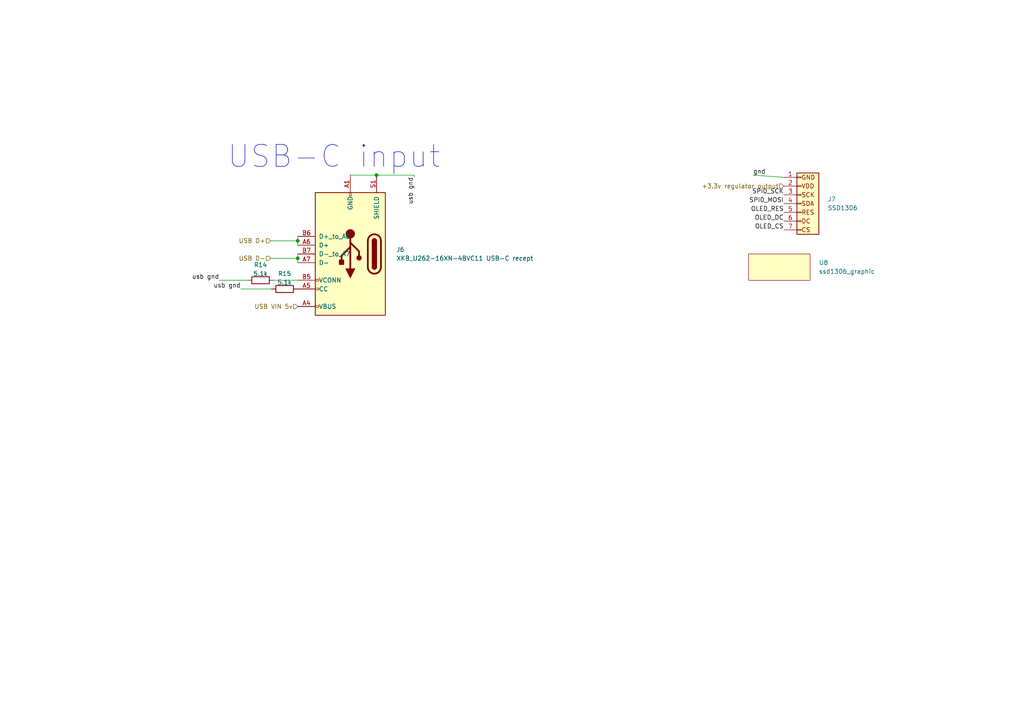
<source format=kicad_sch>
(kicad_sch (version 20211123) (generator eeschema)
  (paper "A4")
  (lib_symbols
    (symbol "Device:R" (pin_numbers hide) (pin_names (offset 0))
      (property "Reference" "R" (at 2.032 0 90))
      (property "Value" "R" (at 0 0 90))
      (symbol "R_0_1"
        (rectangle (start -1.016 -2.54) (end 1.016 2.54) (stroke (width 0.254)))
      )
      (symbol "R_1_1"
        (pin passive line (at 0 3.81 270) (length 1.27) (name "~") (number "1"))
        (pin passive line (at 0 -3.81 90) (length 1.27) (name "~") (number "2"))
      )
    )
    (symbol "clarinoid2:Placeholder" (in_bom no)
      (property "Reference" "U" (at 0 0 0))
      (property "Value" "Placeholder" (at 0 -1.27 0))
      (symbol "Placeholder_0_1"
        (rectangle (start -8.89 2.54) (end 8.89 -5.08) (fill (type background)))
      )
    )
    (symbol "clarinoid2:SSD1306" (pin_names (offset 1.016) hide)
      (property "Reference" "J" (at 0 10.16 0))
      (property "Value" "SSD1306" (at 0 -10.16 0))
      (symbol "SSD1306_0_0"
        (text "CS" (at 0 -7.62 0) (effects (font (size 1.27 1.27)) (justify left)))
        (text "DC" (at 0 -5.08 0) (effects (font (size 1.27 1.27)) (justify left)))
        (text "GND" (at 0 7.62 0) (effects (font (size 1.27 1.27)) (justify left)))
        (text "RES" (at 0 -2.54 0) (effects (font (size 1.27 1.27)) (justify left)))
        (text "SCK" (at 0 2.54 0) (effects (font (size 1.27 1.27)) (justify left)))
        (text "SDA" (at 0 0 0) (effects (font (size 1.27 1.27)) (justify left)))
        (text "VDD" (at 0 5.08 0) (effects (font (size 1.27 1.27)) (justify left)))
      )
      (symbol "SSD1306_1_1"
        (rectangle (start -1.27 -7.493) (end 0 -7.747) (stroke (width 0.1524)))
        (rectangle (start -1.27 -4.953) (end 0 -5.207) (stroke (width 0.1524)))
        (rectangle (start -1.27 -2.413) (end 0 -2.667) (stroke (width 0.1524)))
        (rectangle (start -1.27 0.127) (end 0 -0.127) (stroke (width 0.1524)))
        (rectangle (start -1.27 2.667) (end 0 2.413) (stroke (width 0.1524)))
        (rectangle (start -1.27 5.207) (end 0 4.953) (stroke (width 0.1524)))
        (rectangle (start -1.27 7.747) (end 0 7.493) (stroke (width 0.1524)))
        (rectangle (start -1.27 8.89) (end 5.08 -8.89) (stroke (width 0.254)) (fill (type background)))
        (pin passive line (at -5.08 7.62 0) (length 3.81) (name "GND") (number "1"))
        (pin passive line (at -5.08 5.08 0) (length 3.81) (name "VDD") (number "2"))
        (pin passive line (at -5.08 2.54 0) (length 3.81) (name "SCK") (number "3"))
        (pin passive line (at -5.08 0 0) (length 3.81) (name "SDA") (number "4"))
        (pin passive line (at -5.08 -2.54 0) (length 3.81) (name "RES") (number "5"))
        (pin passive line (at -5.08 -5.08 0) (length 3.81) (name "DC") (number "6"))
        (pin passive line (at -5.08 -7.62 0) (length 3.81) (name "CS") (number "7"))
      )
    )
    (symbol "clarinoid2:USB_C_Plug_USB2.0" (pin_names (offset 1.016))
      (property "Reference" "P" (at -10.16 19.05 0))
      (property "Value" "USB_C_Plug_USB2.0" (at 12.7 19.05 0))
      (symbol "USB_C_Plug_USB2.0_0_0"
        (rectangle (start -0.254 -17.78) (end 0.254 -16.764))
        (rectangle (start 10.16 7.874) (end 9.144 7.366))
        (rectangle (start 10.16 10.414) (end 9.144 9.906))
        (rectangle (start 10.16 15.494) (end 9.144 14.986))
      )
      (symbol "USB_C_Plug_USB2.0_0_1"
        (rectangle (start -10.16 17.78) (end 10.16 -17.78) (stroke (width 0.254)) (fill (type background)))
        (arc (start -8.89 -3.81) (mid -6.985 -5.715) (end -5.08 -3.81) (stroke (width 0.508)))
        (arc (start -7.62 -3.81) (mid -6.985 -4.445) (end -6.35 -3.81) (stroke (width 0.254)))
        (arc (start -7.62 -3.81) (mid -6.985 -4.445) (end -6.35 -3.81) (stroke (width 0.254)) (fill (type outline)))
        (rectangle (start -7.62 -3.81) (end -6.35 3.81) (stroke (width 0.254)) (fill (type outline)))
        (arc (start -6.35 3.81) (mid -6.985 4.445) (end -7.62 3.81) (stroke (width 0.254)))
        (arc (start -6.35 3.81) (mid -6.985 4.445) (end -7.62 3.81) (stroke (width 0.254)) (fill (type outline)))
        (arc (start -5.08 3.81) (mid -6.985 5.715) (end -8.89 3.81) (stroke (width 0.508)))
        (circle (center -2.54 1.143) (radius 0.635) (stroke (width 0.254)) (fill (type outline)))
        (circle (center 0 -5.842) (radius 1.27) (fill (type outline)))
        (polyline (pts (xy -8.89 -3.81) (xy -8.89 3.81)) (stroke (width 0.508)))
        (polyline (pts (xy -5.08 3.81) (xy -5.08 -3.81)) (stroke (width 0.508)))
        (polyline (pts (xy 0 -5.842) (xy 0 4.318)) (stroke (width 0.508)))
        (polyline (pts (xy 0 -3.302) (xy -2.54 -0.762) (xy -2.54 0.508)) (stroke (width 0.508)))
        (polyline (pts (xy 0 -2.032) (xy 2.54 0.508) (xy 2.54 1.778)) (stroke (width 0.508)))
        (polyline (pts (xy -1.27 4.318) (xy 0 6.858) (xy 1.27 4.318) (xy -1.27 4.318)) (stroke (width 0.254)) (fill (type outline)))
        (rectangle (start 1.905 1.778) (end 3.175 3.048) (stroke (width 0.254)) (fill (type outline)))
      )
      (symbol "USB_C_Plug_USB2.0_1_1"
        (pin passive line (at 0 -22.86 90) (length 5.08) (name "GND") (number "A1"))
        (pin passive line (at 0 -22.86 90) (length 5.08) hide (name "GND") (number "A12"))
        (pin power_out line (at 15.24 15.24 180) (length 5.08) (name "VBUS") (number "A4"))
        (pin bidirectional line (at 15.24 10.16 180) (length 5.08) (name "CC") (number "A5"))
        (pin bidirectional line (at 15.24 -2.54 180) (length 5.08) (name "D+") (number "A6"))
        (pin bidirectional line (at 15.24 2.54 180) (length 5.08) (name "D-") (number "A7"))
        (pin passive line (at 15.24 15.24 180) (length 5.08) hide (name "VBUS") (number "A9"))
        (pin passive line (at 0 -22.86 90) (length 5.08) hide (name "GND") (number "B1"))
        (pin passive line (at 0 -22.86 90) (length 5.08) hide (name "GND") (number "B12"))
        (pin passive line (at 15.24 15.24 180) (length 5.08) hide (name "VBUS") (number "B4"))
        (pin bidirectional line (at 15.24 7.62 180) (length 5.08) (name "VCONN") (number "B5"))
        (pin bidirectional line (at 15.24 -5.08 180) (length 5.08) (name "D+_to_A6") (number "B6"))
        (pin bidirectional line (at 15.24 0 180) (length 5.08) (name "D-_to_A7") (number "B7"))
        (pin passive line (at 15.24 15.24 180) (length 5.08) hide (name "VBUS") (number "B9"))
        (pin passive line (at -7.62 -22.86 90) (length 5.08) (name "SHIELD") (number "S1"))
      )
    )
  )
  (junction (at 86.36 74.93))
  (junction (at 86.36 69.85))
  (junction (at 109.22 50.8))
  (wire (pts (xy 86.36 69.85) (xy 86.36 71.12)))
  (wire (pts (xy 120.142 50.8) (xy 120.142 51.308)))
  (wire (pts (xy 86.36 74.93) (xy 86.36 76.2)))
  (wire (pts (xy 78.486 74.93) (xy 86.36 74.93)))
  (wire (pts (xy 79.375 81.28) (xy 86.36 81.28)))
  (wire (pts (xy 218.44 50.8) (xy 227.33 51.435)))
  (wire (pts (xy 86.36 73.66) (xy 86.36 74.93)))
  (wire (pts (xy 101.6 50.8) (xy 109.22 50.8)))
  (wire (pts (xy 109.22 50.8) (xy 120.142 50.8)))
  (wire (pts (xy 63.5 81.28) (xy 71.755 81.28)))
  (wire (pts (xy 86.36 68.58) (xy 86.36 69.85)))
  (wire (pts (xy 78.486 69.85) (xy 86.36 69.85)))
  (wire (pts (xy 69.85 83.82) (xy 78.74 83.82)))
  (text "USB-C input" (at 65.786 49.276 0) (effects (font (size 6.35 6.35)) (justify left bottom)))
  (label "OLED_RES" (at 227.33 61.595 180))
  (label "OLED_DC" (at 227.33 64.135 180))
  (label "OLED_CS" (at 227.33 66.675 180))
  (label "usb gnd" (at 63.6045 81.28 180))
  (label "usb gnd" (at 69.85 83.82 180))
  (label "SPI0_MOSI" (at 227.33 59.055 180))
  (label "gnd" (at 218.44 50.8 0))
  (label "SPI0_SCK" (at 227.33 56.515 180))
  (label "usb gnd" (at 120.142 51.308 270))
  (hierarchical_label "USB D-" (shape input) (at 78.486 74.93 180))
  (hierarchical_label "USB D+" (shape input) (at 78.486 69.85 180))
  (hierarchical_label "+3.3v regulator output" (shape input) (at 227.33 53.975 180))
  (hierarchical_label "USB VIN 5v" (shape input) (at 86.36 88.9 180))
  (symbol (lib_id "clarinoid2:USB_C_Plug_USB2.0") (at 101.6 73.66 180) (unit 1)
    (property "Reference" "J6" (at 114.935 72.3899 0) (effects (justify right)))
    (property "Value" "XKB_U262-16XN-4BVC11 USB-C recept" (at 114.935 74.9299 0) (effects (justify right)))
    (property "Footprint" "clarinoid2:USB_C_Receptacle_XKB_U262-16XN-4BVC11" (effects hide))
    (property "Datasheet" "https://www.usb.org/sites/default/files/documents/usb_type-c.zip" (effects hide))
    (property "LCSC part number" "C319148" (effects hide))
    (property "verif" "1" (effects hide))
    (property "LCSC" "C319148" (effects hide))
  )
  (symbol (lib_id "Device:R") (at 75.565 81.28 90) (unit 1)
    (property "Reference" "R14" (at 75.565 76.835 90))
    (property "Value" "5.1k" (at 75.565 79.375 90))
    (property "Footprint" "Resistor_SMD:R_1206_3216Metric" (effects hide))
    (property "LCSC part number" "C26033" (effects hide))
    (property "verif" "1" (effects hide))
    (property "LCSC" "C26033" (effects hide))
  )
  (symbol (lib_id "clarinoid2:SSD1306") (at 232.41 59.055 0) (unit 1)
    (property "Reference" "J7" (at 240.03 57.7849 0) (effects (justify left)))
    (property "Value" "SSD1306" (at 240.03 60.3249 0) (effects (justify left)))
    (property "Footprint" "Connector_PinSocket_2.54mm:PinSocket_1x07_P2.54mm_Vertical" (effects hide))
    (property "LCSC part number" "C358721" (effects hide))
    (property "verif" "1" (effects hide))
    (property "LCSC" "C358721" (effects hide))
  )
  (symbol (lib_id "Device:R") (at 82.55 83.82 90) (unit 1)
    (property "Reference" "R15" (at 82.55 79.375 90))
    (property "Value" "5.1k" (at 82.55 81.915 90))
    (property "Footprint" "Resistor_SMD:R_1206_3216Metric" (effects hide))
    (property "LCSC part number" "C26033" (effects hide))
    (property "verif" "1" (effects hide))
    (property "LCSC" "C26033" (effects hide))
  )
  (symbol (lib_id "clarinoid2:Placeholder") (at 226.06 76.2 0) (unit 1) (in_bom no)
    (property "Reference" "U8" (at 237.49 76.1999 0) (effects (justify left)))
    (property "Value" "ssd1306_graphic" (at 237.49 78.7399 0) (effects (justify left)))
    (property "Footprint" "clarinoid2:SSD1306_128x64_approximate" (effects hide))
    (property "verif" "1" (effects hide))
  )
)
</source>
